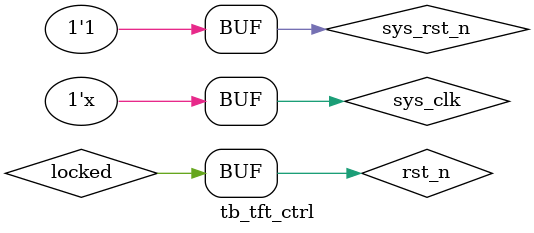
<source format=v>
`timescale  1ns/1ns

module  tb_tft_ctrl();
//********************************************************************//
//****************** Parameter and Internal Signal *******************//
//********************************************************************//
//wire  define
wire            locked      ;
wire            rst_n       ;
wire            tft_clk_9m  ;

//reg   define
reg             sys_clk     ;
reg             sys_rst_n   ;
reg     [15:0]  pix_data    ;

//********************************************************************//
//**************************** Clk And Rst ***************************//
//********************************************************************//

//sys_clk,sys_rst_n初始赋值
initial
    begin
        sys_clk     =   1'b1;
        sys_rst_n   <=  1'b0;
        #200
        sys_rst_n   <=  1'b1;
    end

//sys_clk：产生时钟
always  #10 sys_clk = ~sys_clk;

//rst_n:VGA模块复位信号
assign  rst_n = (sys_rst_n & locked);

//pix_data:输入像素点色彩信息
always@(posedge tft_clk_9m or negedge rst_n)
    if(rst_n == 1'b0)
        pix_data    <=  16'h0;
    else
        pix_data    <=  16'hffff;

//********************************************************************//
//*************************** Instantiation **************************//
//********************************************************************//

//------------- clk_gen_inst -------------
clk_gen clk_gen_inst
(
    .areset     (~sys_rst_n ),  //输入复位信号,高电平有效,1bit
    .inclk0     (sys_clk    ),  //输入50MHz晶振时钟,1bit
    .c0         (tft_clk_9m ),  //输出TFT工作时钟,频率9Mhz,1bit
    .locked     (locked     )   //输出pll locked信号,1bit
);

//------------- tft_ctrl_inst -------------
tft_ctrl    tft_ctrl_inst
(
    .tft_clk_9m  (tft_clk_9m),   //输入时钟,频率9MHz
    .sys_rst_n   (rst_n     ),   //系统复位,低电平有效
    .pix_data    (pix_data  ),   //待显示数据

    .pix_x       (pix_x     ),   //输出TFT有效显示区域像素点X轴坐标
    .pix_y       (pix_y     ),   //输出TFT有效显示区域像素点Y轴坐标
    .rgb_tft     (rgb_tft   ),   //TFT显示数据
    .hsync       (hsync     ),   //TFT行同步信号
    .vsync       (vsync     ),   //TFT场同步信号
    .tft_clk     (tft_clk   ),   //TFT像素时钟
    .tft_de      (tft_de    ),   //TFT数据使能
    .tft_bl      (tft_bl    )    //TFT背光信号

);

endmodule


</source>
